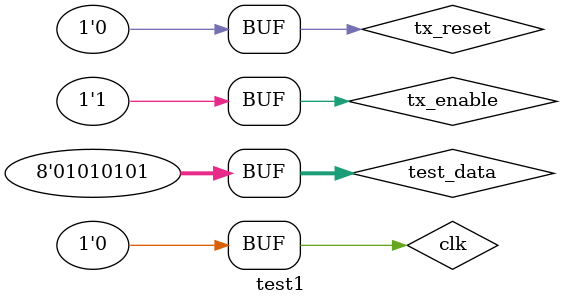
<source format=v>
module test1();
localparam CYCLES = 12;
reg clk = 1'b0;
reg tx_reset = 1'b0;
reg tx_enable = 1'b0;

wire dout;
reg [7:0] test_data = 8'b01010101;
wire [7+1+1+1:0] rx_data;

shift_reg_sipo #(11) sr(
	.clk(clk),
	.reset(),
	.datain(dout),
	.dataout(rx_data)
);

tx_module tm(
	.clk(clk),
	.reset(tx_reset),
	.enable(tx_enable),
	.data_in(test_data),
	.tx(dout)
);

initial begin
	$monitor("%b", rx_data);
	tx_enable = 1'b1;
	tx_reset = 1'b1;
	#1 tx_reset = 1'b0;
end

always @ (posedge clk) begin
	$display("Posedge");
end

initial repeat(CYCLES*2) begin
	#5 clk = ~clk;
end

endmodule


</source>
